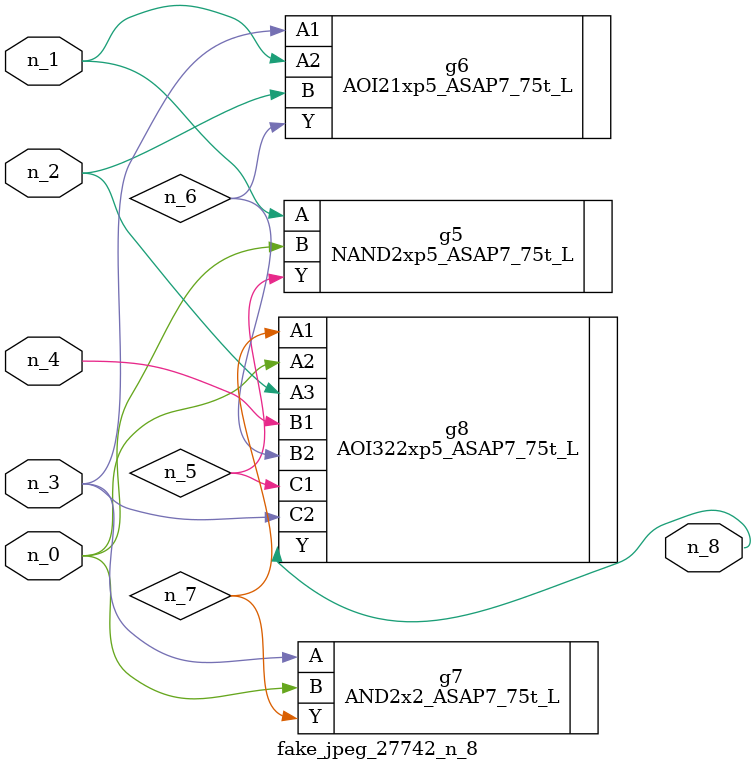
<source format=v>
module fake_jpeg_27742_n_8 (n_3, n_2, n_1, n_0, n_4, n_8);

input n_3;
input n_2;
input n_1;
input n_0;
input n_4;

output n_8;

wire n_6;
wire n_5;
wire n_7;

NAND2xp5_ASAP7_75t_L g5 ( 
.A(n_1),
.B(n_0),
.Y(n_5)
);

AOI21xp5_ASAP7_75t_L g6 ( 
.A1(n_3),
.A2(n_1),
.B(n_2),
.Y(n_6)
);

AND2x2_ASAP7_75t_L g7 ( 
.A(n_3),
.B(n_0),
.Y(n_7)
);

AOI322xp5_ASAP7_75t_L g8 ( 
.A1(n_7),
.A2(n_0),
.A3(n_2),
.B1(n_4),
.B2(n_6),
.C1(n_5),
.C2(n_3),
.Y(n_8)
);


endmodule
</source>
